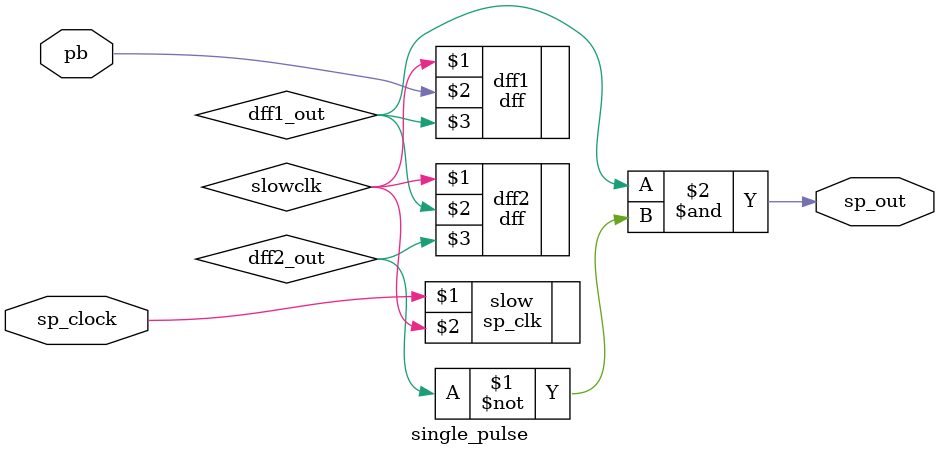
<source format=v>
`timescale 1ns / 1ps


module single_pulse(input pb, sp_clock, output sp_out);

    wire dff1_out, dff2_out, slowclk;
    sp_clk slow(sp_clock, slowclk);
    dff dff1(slowclk, pb, dff1_out);
    dff dff2(slowclk, dff1_out, dff2_out);
    assign sp_out = dff1_out & ~dff2_out;
    
endmodule


</source>
